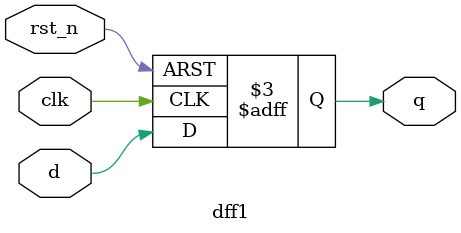
<source format=v>

/*
  Function:
  Module of the debouncer is implemented in Verilog to generate only a single pulse when pressing a button on FPGA.
  When a switch on FPGA is pressed and released, there are many unexpected up-and-down bounces in the push-button signal. 
  Therefore, Switch_debouncer is used to solve this issue by generating a single pulse with a period of the slow clock 
  without bouncing as we expected.

*/
module common_debouncer(
	input	               clk,
   input                rst_n,
   input                switch,
	output 	            q
);

	wire                 q0;
   wire                 q1;
   wire                 q2;
	reg[19:0]            counter;
   reg                  slowclk;
	integer 	   	      count = 1_000_000;
	
	always @ (posedge clk, negedge rst_n)
	begin
		if (~rst_n)
			counter <= 'd0;
		else
		begin
                counter <= counter + 'd1;
          if (counter >=count) //  500_000=>10ms to register switch
          begin
                counter<='d0;
          end
                slowclk<=(counter<count)?1'b1:1'b0;
      
		end	
	end
		
	dff1 u0	(.clk(slowclk), .d(switch),	.rst_n(rst_n),.q(q0));
	dff1 u1	(.clk(slowclk), .d(q0),		.rst_n(rst_n),.q(q1));
	dff1 u2	(.clk(clk),	.d(q1),		.rst_n(rst_n),.q(q2));
	assign q = ~q2 && q1; //posedge clock detector

endmodule

/*
  Functions:
  A simple D flip flop with negative asynchronous reset is implemented using Verilog. 
  It is used for switch debouncer. 
*/
//dflipflop for switch bouncer
module dff1(
    input         clk,
    input         d,
    input         rst_n,
    output reg	   q
);

	always @ (posedge clk, negedge rst_n)
	begin
		if (~rst_n)
			q <= 0;
		else
			q <= d;
	end
endmodule
</source>
